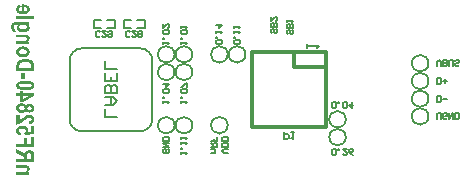
<source format=gbo>
G04 Layer_Color=32896*
%FSLAX24Y24*%
%MOIN*%
G70*
G01*
G75*
%ADD10C,0.0079*%
%ADD11C,0.0080*%
%ADD15C,0.0060*%
%ADD41C,0.0059*%
%ADD42C,0.0050*%
%ADD96C,0.0118*%
G36*
X592Y362D02*
X478D01*
Y546D01*
X592D01*
Y362D01*
D02*
G37*
G36*
X536Y-1197D02*
X553Y-1198D01*
X568Y-1201D01*
X583Y-1204D01*
X596Y-1208D01*
X609Y-1212D01*
X620Y-1216D01*
X631Y-1221D01*
X640Y-1227D01*
X648Y-1231D01*
X655Y-1235D01*
X661Y-1239D01*
X666Y-1242D01*
X669Y-1245D01*
X670Y-1246D01*
X671Y-1247D01*
X679Y-1255D01*
X686Y-1263D01*
X693Y-1271D01*
X698Y-1280D01*
X702Y-1288D01*
X706Y-1296D01*
X712Y-1311D01*
X715Y-1325D01*
X715Y-1330D01*
X716Y-1336D01*
X717Y-1340D01*
Y-1343D01*
Y-1345D01*
Y-1345D01*
X716Y-1357D01*
X714Y-1369D01*
X711Y-1380D01*
X708Y-1390D01*
X704Y-1398D01*
X701Y-1404D01*
X699Y-1408D01*
X698Y-1409D01*
X799Y-1394D01*
Y-1218D01*
X906D01*
Y-1465D01*
X595Y-1513D01*
X582Y-1437D01*
X590Y-1431D01*
X596Y-1425D01*
X602Y-1419D01*
X607Y-1413D01*
X615Y-1401D01*
X620Y-1389D01*
X623Y-1379D01*
X625Y-1372D01*
X625Y-1369D01*
Y-1367D01*
Y-1366D01*
Y-1365D01*
X625Y-1353D01*
X621Y-1343D01*
X617Y-1334D01*
X612Y-1326D01*
X607Y-1320D01*
X602Y-1316D01*
X599Y-1313D01*
X598Y-1312D01*
X587Y-1305D01*
X574Y-1300D01*
X560Y-1296D01*
X547Y-1294D01*
X535Y-1292D01*
X530D01*
X526Y-1292D01*
X516D01*
X496Y-1292D01*
X478Y-1295D01*
X463Y-1299D01*
X451Y-1302D01*
X441Y-1306D01*
X435Y-1310D01*
X431Y-1312D01*
X429Y-1313D01*
X420Y-1321D01*
X413Y-1329D01*
X409Y-1337D01*
X405Y-1345D01*
X403Y-1352D01*
X402Y-1358D01*
X401Y-1361D01*
Y-1363D01*
X402Y-1371D01*
X405Y-1379D01*
X409Y-1387D01*
X413Y-1394D01*
X417Y-1399D01*
X420Y-1403D01*
X423Y-1406D01*
X424Y-1407D01*
X432Y-1414D01*
X443Y-1420D01*
X453Y-1424D01*
X463Y-1427D01*
X472Y-1428D01*
X479Y-1430D01*
X484Y-1431D01*
X485D01*
X473Y-1524D01*
X459Y-1522D01*
X446Y-1519D01*
X433Y-1516D01*
X421Y-1512D01*
X410Y-1508D01*
X400Y-1503D01*
X391Y-1500D01*
X383Y-1495D01*
X375Y-1490D01*
X369Y-1486D01*
X364Y-1482D01*
X360Y-1479D01*
X356Y-1476D01*
X354Y-1473D01*
X352Y-1473D01*
X352Y-1472D01*
X345Y-1463D01*
X338Y-1454D01*
X332Y-1446D01*
X327Y-1436D01*
X320Y-1418D01*
X315Y-1401D01*
X312Y-1386D01*
X311Y-1380D01*
X311Y-1375D01*
X310Y-1370D01*
Y-1367D01*
Y-1364D01*
Y-1363D01*
X311Y-1348D01*
X313Y-1335D01*
X316Y-1322D01*
X320Y-1310D01*
X325Y-1299D01*
X330Y-1288D01*
X336Y-1280D01*
X342Y-1271D01*
X348Y-1264D01*
X354Y-1257D01*
X360Y-1252D01*
X364Y-1247D01*
X368Y-1244D01*
X372Y-1242D01*
X374Y-1240D01*
X375Y-1239D01*
X387Y-1231D01*
X400Y-1225D01*
X413Y-1219D01*
X424Y-1214D01*
X449Y-1206D01*
X471Y-1201D01*
X481Y-1200D01*
X490Y-1198D01*
X499Y-1197D01*
X505Y-1197D01*
X511Y-1196D01*
X519D01*
X536Y-1197D01*
D02*
G37*
G36*
X915Y-1920D02*
X320D01*
Y-1821D01*
X573D01*
Y-1617D01*
X674D01*
Y-1821D01*
X814D01*
Y-1586D01*
X915D01*
Y-1920D01*
D02*
G37*
G36*
X642Y1024D02*
X656Y1023D01*
X670Y1022D01*
X682Y1021D01*
X694Y1019D01*
X705Y1017D01*
X715Y1017D01*
X723Y1015D01*
X731Y1013D01*
X738Y1012D01*
X744Y1010D01*
X749Y1010D01*
X752Y1009D01*
X753Y1008D01*
X754D01*
X775Y1002D01*
X793Y994D01*
X809Y986D01*
X822Y979D01*
X833Y972D01*
X841Y967D01*
X844Y965D01*
X846Y964D01*
X848Y962D01*
X860Y951D01*
X871Y940D01*
X880Y929D01*
X887Y919D01*
X893Y911D01*
X896Y904D01*
X898Y900D01*
X899Y899D01*
Y898D01*
X905Y884D01*
X909Y867D01*
X911Y851D01*
X913Y834D01*
X914Y819D01*
Y812D01*
X915Y806D01*
Y801D01*
Y798D01*
Y796D01*
Y795D01*
Y616D01*
X320D01*
Y801D01*
X321Y822D01*
X322Y841D01*
X326Y858D01*
X329Y872D01*
X331Y883D01*
X333Y888D01*
X334Y891D01*
X335Y894D01*
X336Y896D01*
X337Y897D01*
Y898D01*
X344Y911D01*
X352Y924D01*
X360Y935D01*
X367Y945D01*
X375Y952D01*
X381Y957D01*
X385Y961D01*
X386Y962D01*
X400Y972D01*
X415Y980D01*
X430Y988D01*
X444Y994D01*
X457Y999D01*
X462Y1002D01*
X467Y1003D01*
X471Y1005D01*
X474Y1006D01*
X476Y1006D01*
X477D01*
X499Y1013D01*
X522Y1017D01*
X544Y1020D01*
X565Y1022D01*
X575Y1023D01*
X583Y1024D01*
X591D01*
X598Y1025D01*
X611D01*
X642Y1024D01*
D02*
G37*
G36*
X540Y-115D02*
X916D01*
Y-194D01*
X539Y-405D01*
X439D01*
Y-205D01*
X320D01*
Y-115D01*
X439D01*
Y-54D01*
X540D01*
Y-115D01*
D02*
G37*
G36*
X512Y-448D02*
X530Y-451D01*
X545Y-455D01*
X559Y-458D01*
X569Y-462D01*
X577Y-466D01*
X579Y-466D01*
X582Y-468D01*
X583Y-469D01*
X583D01*
X597Y-478D01*
X608Y-487D01*
X617Y-497D01*
X626Y-508D01*
X632Y-516D01*
X636Y-523D01*
X640Y-529D01*
X640Y-530D01*
Y-531D01*
X647Y-519D01*
X655Y-510D01*
X663Y-501D01*
X670Y-494D01*
X678Y-489D01*
X683Y-485D01*
X687Y-482D01*
X689Y-482D01*
X701Y-475D01*
X714Y-471D01*
X727Y-468D01*
X738Y-466D01*
X749Y-464D01*
X757Y-463D01*
X764D01*
X776Y-464D01*
X787Y-465D01*
X808Y-469D01*
X826Y-475D01*
X842Y-482D01*
X848Y-485D01*
X855Y-489D01*
X860Y-493D01*
X864Y-495D01*
X867Y-498D01*
X870Y-500D01*
X871Y-501D01*
X872Y-501D01*
X880Y-508D01*
X887Y-516D01*
X893Y-525D01*
X897Y-534D01*
X905Y-552D01*
X911Y-569D01*
X914Y-585D01*
X915Y-592D01*
X916Y-598D01*
X916Y-603D01*
Y-606D01*
Y-609D01*
Y-610D01*
X916Y-622D01*
X915Y-633D01*
X910Y-655D01*
X903Y-673D01*
X896Y-688D01*
X892Y-695D01*
X888Y-701D01*
X884Y-705D01*
X881Y-709D01*
X878Y-712D01*
X876Y-715D01*
X875Y-716D01*
X874Y-716D01*
X867Y-724D01*
X858Y-729D01*
X849Y-735D01*
X840Y-739D01*
X821Y-747D01*
X803Y-751D01*
X787Y-754D01*
X780Y-754D01*
X775Y-755D01*
X770Y-756D01*
X763D01*
X748Y-755D01*
X734Y-754D01*
X721Y-750D01*
X710Y-747D01*
X701Y-744D01*
X695Y-741D01*
X691Y-739D01*
X689Y-739D01*
X678Y-731D01*
X669Y-724D01*
X660Y-715D01*
X653Y-706D01*
X647Y-699D01*
X644Y-693D01*
X641Y-689D01*
X640Y-687D01*
X632Y-701D01*
X623Y-713D01*
X613Y-724D01*
X604Y-731D01*
X595Y-739D01*
X588Y-743D01*
X583Y-747D01*
X583Y-747D01*
X582D01*
X567Y-754D01*
X551Y-759D01*
X536Y-763D01*
X522Y-765D01*
X509Y-767D01*
X504D01*
X499Y-768D01*
X490D01*
X475Y-767D01*
X461Y-765D01*
X447Y-764D01*
X435Y-761D01*
X423Y-758D01*
X412Y-754D01*
X402Y-749D01*
X393Y-745D01*
X385Y-741D01*
X378Y-736D01*
X372Y-732D01*
X367Y-729D01*
X363Y-726D01*
X360Y-724D01*
X359Y-723D01*
X358Y-722D01*
X349Y-713D01*
X342Y-704D01*
X336Y-694D01*
X330Y-685D01*
X326Y-675D01*
X322Y-665D01*
X316Y-647D01*
X314Y-638D01*
X312Y-630D01*
X311Y-623D01*
X311Y-618D01*
X310Y-613D01*
Y-609D01*
Y-606D01*
Y-606D01*
X311Y-589D01*
X313Y-574D01*
X317Y-561D01*
X321Y-549D01*
X325Y-538D01*
X329Y-531D01*
X331Y-527D01*
X332Y-525D01*
X341Y-512D01*
X352Y-501D01*
X362Y-491D01*
X372Y-483D01*
X382Y-477D01*
X389Y-472D01*
X392Y-470D01*
X394Y-469D01*
X395Y-468D01*
X396D01*
X413Y-461D01*
X429Y-456D01*
X446Y-452D01*
X461Y-450D01*
X473Y-448D01*
X479D01*
X484Y-448D01*
X493D01*
X512Y-448D01*
D02*
G37*
G36*
X643Y306D02*
X671Y305D01*
X697Y302D01*
X720Y299D01*
X742Y296D01*
X761Y292D01*
X779Y288D01*
X794Y284D01*
X807Y280D01*
X818Y276D01*
X828Y272D01*
X835Y269D01*
X841Y266D01*
X845Y264D01*
X848Y263D01*
X848Y262D01*
X860Y253D01*
X871Y245D01*
X880Y235D01*
X888Y226D01*
X894Y216D01*
X900Y207D01*
X905Y197D01*
X908Y188D01*
X911Y180D01*
X912Y172D01*
X914Y166D01*
X916Y159D01*
Y154D01*
X916Y150D01*
Y148D01*
Y147D01*
X916Y135D01*
X913Y122D01*
X910Y111D01*
X906Y100D01*
X901Y90D01*
X895Y80D01*
X889Y72D01*
X882Y64D01*
X876Y57D01*
X870Y51D01*
X864Y46D01*
X859Y41D01*
X855Y38D01*
X852Y36D01*
X849Y34D01*
X848Y33D01*
X835Y26D01*
X819Y19D01*
X802Y14D01*
X784Y8D01*
X745Y0D01*
X706Y-5D01*
X687Y-6D01*
X670Y-8D01*
X655Y-9D01*
X640Y-9D01*
X629Y-10D01*
X613D01*
X583Y-9D01*
X554Y-9D01*
X529Y-6D01*
X504Y-3D01*
X483Y0D01*
X464Y3D01*
X447Y7D01*
X431Y12D01*
X418Y16D01*
X406Y20D01*
X397Y23D01*
X390Y26D01*
X383Y29D01*
X379Y32D01*
X377Y33D01*
X376Y33D01*
X364Y42D01*
X354Y51D01*
X345Y60D01*
X337Y70D01*
X331Y79D01*
X326Y89D01*
X322Y98D01*
X318Y107D01*
X315Y116D01*
X313Y124D01*
X312Y130D01*
X311Y136D01*
Y141D01*
X310Y145D01*
Y147D01*
Y148D01*
X311Y161D01*
X313Y173D01*
X316Y184D01*
X320Y196D01*
X331Y215D01*
X337Y224D01*
X344Y231D01*
X349Y238D01*
X356Y245D01*
X361Y250D01*
X367Y254D01*
X371Y257D01*
X374Y260D01*
X376Y261D01*
X377Y262D01*
X390Y270D01*
X406Y277D01*
X424Y283D01*
X442Y287D01*
X462Y292D01*
X481Y295D01*
X520Y301D01*
X538Y302D01*
X556Y304D01*
X572Y305D01*
X585Y306D01*
X597Y306D01*
X613D01*
X643Y306D01*
D02*
G37*
G36*
X764Y-831D02*
X776Y-832D01*
X797Y-837D01*
X817Y-843D01*
X833Y-850D01*
X841Y-854D01*
X848Y-857D01*
X853Y-860D01*
X858Y-864D01*
X862Y-866D01*
X864Y-868D01*
X866Y-869D01*
X867Y-870D01*
X875Y-878D01*
X883Y-886D01*
X890Y-895D01*
X895Y-904D01*
X901Y-914D01*
X905Y-924D01*
X910Y-942D01*
X914Y-959D01*
X915Y-966D01*
X916Y-973D01*
X916Y-978D01*
Y-982D01*
Y-985D01*
Y-985D01*
X916Y-998D01*
X915Y-1010D01*
X910Y-1032D01*
X903Y-1051D01*
X899Y-1060D01*
X895Y-1067D01*
X891Y-1074D01*
X887Y-1080D01*
X884Y-1085D01*
X880Y-1089D01*
X878Y-1092D01*
X875Y-1095D01*
X874Y-1096D01*
X874Y-1097D01*
X865Y-1104D01*
X856Y-1111D01*
X836Y-1122D01*
X814Y-1131D01*
X792Y-1137D01*
X782Y-1140D01*
X772Y-1142D01*
X764Y-1144D01*
X757Y-1145D01*
X750Y-1146D01*
X746D01*
X742Y-1147D01*
X742D01*
X730Y-1054D01*
X746Y-1053D01*
X761Y-1050D01*
X772Y-1046D01*
X784Y-1042D01*
X792Y-1037D01*
X799Y-1031D01*
X806Y-1025D01*
X810Y-1019D01*
X814Y-1013D01*
X818Y-1008D01*
X819Y-1002D01*
X821Y-997D01*
X821Y-993D01*
X822Y-990D01*
Y-989D01*
Y-988D01*
X821Y-977D01*
X819Y-969D01*
X816Y-961D01*
X812Y-954D01*
X808Y-949D01*
X805Y-945D01*
X803Y-943D01*
X802Y-942D01*
X794Y-936D01*
X784Y-932D01*
X775Y-928D01*
X765Y-926D01*
X757Y-924D01*
X750Y-924D01*
X743D01*
X730Y-924D01*
X716Y-927D01*
X704Y-931D01*
X693Y-934D01*
X684Y-938D01*
X677Y-942D01*
X672Y-944D01*
X671Y-945D01*
X670D01*
X666Y-948D01*
X659Y-952D01*
X652Y-958D01*
X645Y-963D01*
X629Y-975D01*
X613Y-989D01*
X599Y-1000D01*
X593Y-1006D01*
X587Y-1011D01*
X582Y-1015D01*
X579Y-1019D01*
X576Y-1020D01*
X575Y-1021D01*
X560Y-1035D01*
X544Y-1048D01*
X530Y-1060D01*
X516Y-1071D01*
X504Y-1080D01*
X492Y-1089D01*
X481Y-1096D01*
X471Y-1103D01*
X462Y-1109D01*
X455Y-1114D01*
X448Y-1117D01*
X443Y-1121D01*
X439Y-1123D01*
X435Y-1125D01*
X434Y-1126D01*
X433D01*
X413Y-1135D01*
X393Y-1143D01*
X374Y-1148D01*
X356Y-1152D01*
X348Y-1154D01*
X341Y-1155D01*
X336Y-1156D01*
X330D01*
X326Y-1157D01*
X322Y-1158D01*
X320D01*
Y-830D01*
X426D01*
Y-1016D01*
X437Y-1010D01*
X447Y-1004D01*
X451Y-1001D01*
X454Y-999D01*
X456Y-998D01*
X457Y-997D01*
X460Y-995D01*
X465Y-992D01*
X474Y-983D01*
X485Y-974D01*
X496Y-964D01*
X507Y-955D01*
X516Y-947D01*
X519Y-944D01*
X522Y-942D01*
X523Y-941D01*
X524Y-940D01*
X543Y-924D01*
X560Y-909D01*
X575Y-898D01*
X589Y-888D01*
X599Y-880D01*
X606Y-875D01*
X611Y-872D01*
X613Y-871D01*
X625Y-864D01*
X638Y-858D01*
X650Y-852D01*
X660Y-849D01*
X669Y-845D01*
X676Y-842D01*
X680Y-841D01*
X681Y-841D01*
X694Y-837D01*
X707Y-834D01*
X719Y-833D01*
X730Y-832D01*
X738Y-831D01*
X746Y-830D01*
X752D01*
X764Y-831D01*
D02*
G37*
G36*
X915Y2356D02*
X320D01*
Y2449D01*
X915D01*
Y2356D01*
D02*
G37*
G36*
X435Y-2033D02*
X448Y-2040D01*
X460Y-2046D01*
X470Y-2052D01*
X480Y-2057D01*
X488Y-2062D01*
X496Y-2067D01*
X504Y-2071D01*
X510Y-2075D01*
X515Y-2079D01*
X520Y-2081D01*
X526Y-2086D01*
X530Y-2089D01*
X532Y-2090D01*
X542Y-2098D01*
X552Y-2106D01*
X560Y-2115D01*
X568Y-2124D01*
X573Y-2131D01*
X578Y-2136D01*
X581Y-2140D01*
X582Y-2142D01*
X587Y-2120D01*
X595Y-2101D01*
X604Y-2085D01*
X613Y-2071D01*
X621Y-2060D01*
X628Y-2053D01*
X634Y-2048D01*
X635Y-2047D01*
X636D01*
X644Y-2041D01*
X653Y-2036D01*
X671Y-2027D01*
X690Y-2021D01*
X708Y-2017D01*
X723Y-2014D01*
X731Y-2014D01*
X736D01*
X742Y-2013D01*
X748D01*
X768Y-2014D01*
X786Y-2016D01*
X803Y-2020D01*
X816Y-2024D01*
X828Y-2028D01*
X836Y-2032D01*
X839Y-2033D01*
X841Y-2034D01*
X842Y-2035D01*
X843D01*
X856Y-2044D01*
X868Y-2053D01*
X878Y-2063D01*
X886Y-2071D01*
X891Y-2079D01*
X895Y-2086D01*
X897Y-2090D01*
X898Y-2090D01*
Y-2091D01*
X901Y-2098D01*
X904Y-2105D01*
X908Y-2123D01*
X911Y-2142D01*
X912Y-2161D01*
X914Y-2177D01*
Y-2185D01*
X915Y-2192D01*
Y-2196D01*
Y-2201D01*
Y-2204D01*
Y-2204D01*
Y-2412D01*
X320D01*
Y-2313D01*
X568D01*
Y-2294D01*
Y-2282D01*
X568Y-2272D01*
X566Y-2263D01*
X565Y-2257D01*
X564Y-2251D01*
X562Y-2248D01*
X561Y-2245D01*
Y-2245D01*
X558Y-2239D01*
X555Y-2234D01*
X547Y-2224D01*
X543Y-2220D01*
X540Y-2218D01*
X538Y-2216D01*
X537Y-2215D01*
X533Y-2212D01*
X528Y-2209D01*
X523Y-2205D01*
X515Y-2201D01*
X501Y-2192D01*
X486Y-2184D01*
X472Y-2176D01*
X466Y-2173D01*
X460Y-2170D01*
X455Y-2167D01*
X452Y-2165D01*
X450Y-2164D01*
X449Y-2163D01*
X320Y-2093D01*
Y-1974D01*
X435Y-2033D01*
D02*
G37*
G36*
X610Y-2509D02*
X629Y-2510D01*
X646Y-2511D01*
X659Y-2514D01*
X670Y-2516D01*
X678Y-2518D01*
X682Y-2518D01*
X684Y-2519D01*
X696Y-2524D01*
X707Y-2530D01*
X716Y-2537D01*
X724Y-2543D01*
X731Y-2549D01*
X735Y-2554D01*
X738Y-2557D01*
X739Y-2559D01*
X746Y-2570D01*
X752Y-2581D01*
X755Y-2593D01*
X758Y-2604D01*
X760Y-2613D01*
X761Y-2620D01*
Y-2624D01*
Y-2626D01*
Y-2627D01*
Y-2627D01*
X760Y-2640D01*
X757Y-2653D01*
X754Y-2664D01*
X751Y-2673D01*
X748Y-2681D01*
X745Y-2687D01*
X742Y-2691D01*
X742Y-2692D01*
X734Y-2703D01*
X726Y-2712D01*
X716Y-2721D01*
X708Y-2729D01*
X700Y-2735D01*
X693Y-2740D01*
X689Y-2743D01*
X688Y-2744D01*
X750D01*
Y-2830D01*
X320D01*
Y-2737D01*
X541D01*
X552Y-2736D01*
X562D01*
X571Y-2735D01*
X579Y-2734D01*
X587Y-2734D01*
X593Y-2733D01*
X598D01*
X603Y-2732D01*
X607Y-2731D01*
X610Y-2730D01*
X614Y-2730D01*
X616D01*
X625Y-2726D01*
X634Y-2722D01*
X641Y-2718D01*
X647Y-2713D01*
X651Y-2709D01*
X655Y-2706D01*
X657Y-2703D01*
X658Y-2703D01*
X663Y-2696D01*
X667Y-2688D01*
X670Y-2680D01*
X672Y-2674D01*
X673Y-2669D01*
X674Y-2664D01*
Y-2661D01*
Y-2660D01*
X673Y-2653D01*
X672Y-2646D01*
X670Y-2641D01*
X668Y-2636D01*
X666Y-2632D01*
X663Y-2629D01*
X662Y-2627D01*
X662Y-2627D01*
X657Y-2622D01*
X651Y-2617D01*
X640Y-2612D01*
X636Y-2609D01*
X632Y-2608D01*
X628Y-2607D01*
X628D01*
X623Y-2606D01*
X617Y-2605D01*
X605Y-2604D01*
X591Y-2603D01*
X575Y-2602D01*
X562Y-2601D01*
X320D01*
Y-2508D01*
X587D01*
X610Y-2509D01*
D02*
G37*
G36*
X538Y2847D02*
X560Y2845D01*
X579Y2843D01*
X598Y2840D01*
X614Y2836D01*
X630Y2832D01*
X644Y2827D01*
X657Y2823D01*
X668Y2819D01*
X678Y2814D01*
X685Y2810D01*
X693Y2806D01*
X698Y2803D01*
X701Y2800D01*
X704Y2799D01*
X704Y2798D01*
X715Y2789D01*
X723Y2781D01*
X731Y2771D01*
X737Y2762D01*
X742Y2751D01*
X747Y2742D01*
X750Y2732D01*
X753Y2723D01*
X756Y2714D01*
X757Y2705D01*
X759Y2698D01*
X760Y2692D01*
X761Y2686D01*
Y2682D01*
Y2680D01*
Y2679D01*
X760Y2667D01*
X758Y2655D01*
X756Y2644D01*
X752Y2633D01*
X743Y2614D01*
X738Y2606D01*
X733Y2599D01*
X728Y2592D01*
X723Y2586D01*
X718Y2580D01*
X714Y2576D01*
X710Y2573D01*
X708Y2571D01*
X706Y2569D01*
X705Y2569D01*
X693Y2560D01*
X679Y2552D01*
X665Y2545D01*
X651Y2539D01*
X636Y2535D01*
X622Y2531D01*
X594Y2524D01*
X582Y2522D01*
X570Y2520D01*
X559Y2520D01*
X550Y2519D01*
X542Y2518D01*
X532D01*
X512Y2519D01*
X493Y2520D01*
X476Y2523D01*
X459Y2526D01*
X444Y2530D01*
X430Y2534D01*
X417Y2539D01*
X406Y2543D01*
X396Y2547D01*
X387Y2552D01*
X379Y2556D01*
X373Y2560D01*
X368Y2563D01*
X365Y2565D01*
X363Y2567D01*
X362Y2568D01*
X352Y2576D01*
X345Y2585D01*
X337Y2595D01*
X332Y2605D01*
X326Y2614D01*
X322Y2625D01*
X316Y2645D01*
X314Y2653D01*
X313Y2662D01*
X311Y2669D01*
X311Y2676D01*
X310Y2682D01*
Y2686D01*
Y2688D01*
Y2689D01*
X311Y2709D01*
X314Y2728D01*
X319Y2744D01*
X326Y2758D01*
X331Y2769D01*
X333Y2773D01*
X336Y2777D01*
X337Y2781D01*
X339Y2783D01*
X341Y2784D01*
Y2785D01*
X347Y2792D01*
X354Y2799D01*
X369Y2811D01*
X386Y2820D01*
X401Y2829D01*
X416Y2835D01*
X422Y2838D01*
X427Y2840D01*
X432Y2841D01*
X435Y2842D01*
X437Y2843D01*
X438D01*
X457Y2751D01*
X446Y2747D01*
X436Y2743D01*
X428Y2739D01*
X421Y2735D01*
X415Y2729D01*
X410Y2724D01*
X406Y2719D01*
X403Y2714D01*
X398Y2705D01*
X396Y2697D01*
Y2694D01*
X395Y2692D01*
Y2690D01*
Y2690D01*
X397Y2679D01*
X400Y2668D01*
X404Y2660D01*
X409Y2652D01*
X414Y2645D01*
X419Y2641D01*
X422Y2637D01*
X423Y2637D01*
X435Y2629D01*
X447Y2624D01*
X461Y2620D01*
X473Y2617D01*
X485Y2615D01*
X494Y2614D01*
X498Y2614D01*
X503D01*
Y2848D01*
X515D01*
X538Y2847D01*
D02*
G37*
G36*
X554Y1449D02*
X570Y1447D01*
X585Y1445D01*
X599Y1441D01*
X613Y1438D01*
X626Y1433D01*
X638Y1430D01*
X649Y1425D01*
X659Y1420D01*
X667Y1416D01*
X675Y1411D01*
X681Y1408D01*
X687Y1405D01*
X690Y1403D01*
X693Y1401D01*
X693Y1400D01*
X705Y1391D01*
X715Y1380D01*
X724Y1369D01*
X732Y1358D01*
X738Y1347D01*
X744Y1336D01*
X749Y1326D01*
X752Y1315D01*
X755Y1305D01*
X757Y1296D01*
X758Y1288D01*
X760Y1281D01*
Y1275D01*
X761Y1271D01*
Y1267D01*
Y1267D01*
X760Y1248D01*
X757Y1231D01*
X753Y1215D01*
X748Y1202D01*
X742Y1191D01*
X738Y1182D01*
X737Y1179D01*
X735Y1176D01*
X734Y1176D01*
Y1175D01*
X723Y1161D01*
X712Y1148D01*
X698Y1136D01*
X685Y1127D01*
X674Y1119D01*
X665Y1114D01*
X661Y1112D01*
X659Y1111D01*
X657Y1109D01*
X656D01*
X636Y1101D01*
X616Y1095D01*
X597Y1091D01*
X579Y1088D01*
X571Y1087D01*
X564Y1086D01*
X557Y1085D01*
X552D01*
X547Y1085D01*
X541D01*
X521Y1085D01*
X502Y1087D01*
X484Y1089D01*
X467Y1093D01*
X452Y1097D01*
X438Y1101D01*
X425Y1105D01*
X414Y1111D01*
X404Y1116D01*
X394Y1119D01*
X387Y1124D01*
X381Y1128D01*
X376Y1131D01*
X373Y1134D01*
X371Y1135D01*
X370Y1136D01*
X360Y1146D01*
X350Y1157D01*
X342Y1168D01*
X335Y1179D01*
X329Y1190D01*
X325Y1200D01*
X321Y1211D01*
X318Y1221D01*
X314Y1230D01*
X313Y1239D01*
X311Y1247D01*
X311Y1254D01*
Y1259D01*
X310Y1263D01*
Y1266D01*
Y1267D01*
X311Y1285D01*
X314Y1301D01*
X318Y1316D01*
X323Y1330D01*
X328Y1341D01*
X333Y1350D01*
X334Y1353D01*
X336Y1355D01*
X337Y1356D01*
Y1357D01*
X348Y1372D01*
X360Y1384D01*
X374Y1396D01*
X386Y1406D01*
X398Y1413D01*
X408Y1418D01*
X412Y1421D01*
X414Y1422D01*
X416Y1423D01*
X417D01*
X437Y1432D01*
X458Y1438D01*
X478Y1443D01*
X497Y1446D01*
X506Y1447D01*
X514Y1448D01*
X520Y1449D01*
X526Y1449D01*
X538D01*
X554Y1449D01*
D02*
G37*
G36*
X610Y1843D02*
X629Y1842D01*
X646Y1841D01*
X659Y1838D01*
X670Y1836D01*
X678Y1835D01*
X682Y1834D01*
X684Y1833D01*
X696Y1828D01*
X707Y1822D01*
X716Y1816D01*
X724Y1809D01*
X731Y1803D01*
X735Y1798D01*
X738Y1795D01*
X739Y1793D01*
X746Y1782D01*
X752Y1771D01*
X755Y1759D01*
X758Y1748D01*
X760Y1739D01*
X761Y1732D01*
Y1729D01*
Y1726D01*
Y1725D01*
Y1725D01*
X760Y1712D01*
X757Y1699D01*
X754Y1688D01*
X751Y1679D01*
X748Y1671D01*
X745Y1665D01*
X742Y1661D01*
X742Y1660D01*
X734Y1649D01*
X726Y1640D01*
X716Y1631D01*
X708Y1623D01*
X700Y1617D01*
X693Y1612D01*
X689Y1609D01*
X688Y1608D01*
X750D01*
Y1522D01*
X320D01*
Y1615D01*
X541D01*
X552Y1616D01*
X562D01*
X571Y1617D01*
X579Y1618D01*
X587Y1619D01*
X593Y1619D01*
X598D01*
X603Y1620D01*
X607Y1621D01*
X610Y1622D01*
X614Y1623D01*
X616D01*
X625Y1626D01*
X634Y1630D01*
X641Y1634D01*
X647Y1639D01*
X651Y1643D01*
X655Y1646D01*
X657Y1649D01*
X658Y1649D01*
X663Y1657D01*
X667Y1664D01*
X670Y1672D01*
X672Y1678D01*
X673Y1683D01*
X674Y1688D01*
Y1691D01*
Y1692D01*
X673Y1699D01*
X672Y1706D01*
X670Y1711D01*
X668Y1716D01*
X666Y1720D01*
X663Y1723D01*
X662Y1725D01*
X662Y1725D01*
X657Y1730D01*
X651Y1735D01*
X640Y1740D01*
X636Y1743D01*
X632Y1744D01*
X628Y1745D01*
X628D01*
X623Y1746D01*
X617Y1747D01*
X605Y1748D01*
X591Y1749D01*
X575Y1750D01*
X562Y1751D01*
X320D01*
Y1844D01*
X587D01*
X610Y1843D01*
D02*
G37*
G36*
X750Y2175D02*
X689D01*
X702Y2168D01*
X712Y2159D01*
X722Y2151D01*
X729Y2143D01*
X735Y2137D01*
X739Y2132D01*
X742Y2129D01*
X742Y2127D01*
X749Y2117D01*
X753Y2107D01*
X756Y2096D01*
X758Y2087D01*
X760Y2079D01*
X761Y2073D01*
Y2069D01*
Y2067D01*
X760Y2056D01*
X758Y2045D01*
X755Y2035D01*
X752Y2024D01*
X742Y2007D01*
X732Y1991D01*
X727Y1985D01*
X722Y1979D01*
X717Y1974D01*
X712Y1970D01*
X709Y1967D01*
X706Y1964D01*
X704Y1963D01*
X704Y1962D01*
X693Y1954D01*
X681Y1948D01*
X667Y1942D01*
X654Y1937D01*
X626Y1929D01*
X599Y1924D01*
X587Y1922D01*
X575Y1921D01*
X564Y1920D01*
X556Y1919D01*
X548Y1918D01*
X538D01*
X519Y1919D01*
X500Y1921D01*
X484Y1922D01*
X468Y1925D01*
X454Y1929D01*
X440Y1933D01*
X428Y1937D01*
X417Y1941D01*
X406Y1945D01*
X398Y1950D01*
X390Y1954D01*
X384Y1957D01*
X379Y1960D01*
X376Y1963D01*
X374Y1963D01*
X373Y1964D01*
X364Y1972D01*
X356Y1980D01*
X348Y1989D01*
X342Y1997D01*
X337Y2005D01*
X333Y2013D01*
X326Y2029D01*
X323Y2043D01*
X322Y2048D01*
X321Y2054D01*
X320Y2058D01*
Y2061D01*
Y2062D01*
Y2063D01*
X321Y2075D01*
X322Y2086D01*
X326Y2096D01*
X329Y2104D01*
X332Y2111D01*
X335Y2117D01*
X337Y2121D01*
X337Y2122D01*
X345Y2131D01*
X353Y2141D01*
X362Y2149D01*
X370Y2156D01*
X378Y2162D01*
X384Y2166D01*
X388Y2169D01*
X390Y2170D01*
X313D01*
X300Y2168D01*
X290Y2168D01*
X282Y2166D01*
X276Y2164D01*
X272Y2164D01*
X269Y2162D01*
X269D01*
X262Y2159D01*
X258Y2156D01*
X253Y2153D01*
X250Y2149D01*
X246Y2146D01*
X245Y2144D01*
X244Y2142D01*
X243Y2141D01*
X240Y2134D01*
X238Y2126D01*
X235Y2117D01*
X235Y2109D01*
X234Y2102D01*
X233Y2096D01*
Y2092D01*
Y2091D01*
X234Y2081D01*
X235Y2073D01*
X236Y2066D01*
X239Y2061D01*
X240Y2057D01*
X242Y2054D01*
X242Y2052D01*
X243Y2051D01*
X248Y2047D01*
X253Y2044D01*
X264Y2039D01*
X269Y2039D01*
X273Y2038D01*
X276Y2037D01*
X276D01*
X292Y1930D01*
X279D01*
X265Y1931D01*
X250Y1933D01*
X239Y1936D01*
X228Y1940D01*
X220Y1943D01*
X213Y1945D01*
X209Y1948D01*
X208Y1948D01*
X197Y1956D01*
X188Y1964D01*
X180Y1973D01*
X173Y1982D01*
X168Y1990D01*
X165Y1996D01*
X163Y2000D01*
X162Y2001D01*
X156Y2016D01*
X152Y2031D01*
X150Y2047D01*
X148Y2062D01*
X147Y2075D01*
Y2081D01*
X146Y2085D01*
Y2089D01*
Y2092D01*
Y2094D01*
Y2095D01*
X147Y2117D01*
X149Y2137D01*
X153Y2153D01*
X157Y2168D01*
X160Y2179D01*
X164Y2187D01*
X166Y2189D01*
X167Y2191D01*
X167Y2193D01*
X176Y2206D01*
X186Y2216D01*
X197Y2225D01*
X207Y2232D01*
X216Y2239D01*
X224Y2243D01*
X227Y2244D01*
X229Y2245D01*
X230Y2246D01*
X231D01*
X239Y2249D01*
X249Y2251D01*
X269Y2256D01*
X292Y2259D01*
X313Y2261D01*
X323Y2262D01*
X333Y2262D01*
X342D01*
X349Y2263D01*
X750D01*
Y2175D01*
D02*
G37*
%LPC*%
G36*
X632Y923D02*
X593D01*
X573Y922D01*
X555Y920D01*
X541Y919D01*
X529Y917D01*
X524Y916D01*
X520Y915D01*
X517Y915D01*
X515D01*
X514Y914D01*
X513D01*
X500Y911D01*
X488Y907D01*
X478Y903D01*
X470Y900D01*
X464Y896D01*
X459Y894D01*
X457Y892D01*
X456Y892D01*
X450Y886D01*
X444Y881D01*
X439Y875D01*
X435Y870D01*
X433Y864D01*
X431Y861D01*
X430Y858D01*
X429Y857D01*
X426Y848D01*
X424Y837D01*
X423Y826D01*
X421Y814D01*
Y804D01*
X420Y796D01*
Y793D01*
Y790D01*
Y789D01*
Y788D01*
Y714D01*
X814D01*
Y759D01*
Y770D01*
Y779D01*
X814Y788D01*
Y796D01*
X813Y804D01*
Y810D01*
X812Y821D01*
X810Y829D01*
X810Y835D01*
X809Y838D01*
Y839D01*
X806Y849D01*
X801Y858D01*
X796Y866D01*
X791Y873D01*
X787Y878D01*
X784Y882D01*
X780Y885D01*
X780Y885D01*
X771Y892D01*
X761Y898D01*
X751Y903D01*
X742Y907D01*
X733Y910D01*
X726Y912D01*
X721Y913D01*
X720Y914D01*
X719D01*
X704Y917D01*
X687Y919D01*
X670Y921D01*
X654Y922D01*
X639D01*
X632Y923D01*
D02*
G37*
G36*
X742Y-205D02*
X540D01*
Y-317D01*
X742Y-205D01*
D02*
G37*
G36*
X507Y-540D02*
X500D01*
X482Y-541D01*
X467Y-543D01*
X454Y-546D01*
X444Y-550D01*
X436Y-553D01*
X431Y-557D01*
X427Y-559D01*
X426Y-560D01*
X418Y-567D01*
X412Y-575D01*
X408Y-583D01*
X405Y-591D01*
X403Y-597D01*
X402Y-603D01*
X401Y-606D01*
Y-607D01*
X402Y-618D01*
X405Y-627D01*
X409Y-635D01*
X414Y-642D01*
X419Y-648D01*
X423Y-652D01*
X426Y-656D01*
X427Y-656D01*
X438Y-663D01*
X449Y-667D01*
X462Y-671D01*
X473Y-674D01*
X484Y-675D01*
X492Y-676D01*
X500D01*
X515Y-675D01*
X529Y-673D01*
X540Y-670D01*
X549Y-667D01*
X557Y-663D01*
X562Y-660D01*
X566Y-658D01*
X567Y-657D01*
X575Y-649D01*
X582Y-641D01*
X586Y-633D01*
X589Y-625D01*
X591Y-619D01*
X592Y-614D01*
Y-610D01*
Y-609D01*
X591Y-599D01*
X588Y-589D01*
X584Y-580D01*
X579Y-573D01*
X575Y-568D01*
X571Y-563D01*
X568Y-561D01*
X567Y-560D01*
X557Y-553D01*
X546Y-549D01*
X535Y-545D01*
X524Y-542D01*
X515Y-541D01*
X507Y-540D01*
D02*
G37*
G36*
X761Y-551D02*
X755D01*
X743Y-552D01*
X732Y-553D01*
X723Y-557D01*
X715Y-559D01*
X710Y-562D01*
X705Y-565D01*
X703Y-567D01*
X702Y-568D01*
X696Y-574D01*
X692Y-581D01*
X689Y-588D01*
X686Y-595D01*
X685Y-601D01*
X684Y-606D01*
Y-610D01*
Y-610D01*
X685Y-619D01*
X687Y-627D01*
X689Y-634D01*
X693Y-641D01*
X697Y-645D01*
X699Y-648D01*
X701Y-651D01*
X702Y-652D01*
X710Y-657D01*
X718Y-661D01*
X727Y-663D01*
X735Y-665D01*
X743Y-667D01*
X750Y-667D01*
X755D01*
X767Y-667D01*
X777Y-665D01*
X786Y-663D01*
X794Y-659D01*
X799Y-656D01*
X804Y-654D01*
X806Y-652D01*
X807Y-652D01*
X814Y-645D01*
X818Y-638D01*
X821Y-631D01*
X824Y-624D01*
X825Y-618D01*
X826Y-613D01*
Y-610D01*
Y-609D01*
X825Y-600D01*
X823Y-592D01*
X820Y-585D01*
X817Y-579D01*
X814Y-574D01*
X810Y-571D01*
X808Y-569D01*
X807Y-568D01*
X800Y-562D01*
X791Y-558D01*
X783Y-555D01*
X774Y-553D01*
X767Y-552D01*
X761Y-551D01*
D02*
G37*
G36*
X635Y208D02*
X588D01*
X566Y207D01*
X546Y207D01*
X528Y206D01*
X512Y204D01*
X498Y203D01*
X486Y201D01*
X476Y200D01*
X466Y199D01*
X459Y197D01*
X453Y196D01*
X448Y194D01*
X444Y193D01*
X442Y192D01*
X441Y192D01*
X440D01*
X434Y188D01*
X428Y185D01*
X419Y178D01*
X413Y171D01*
X409Y164D01*
X405Y158D01*
X405Y153D01*
X404Y150D01*
Y148D01*
X405Y143D01*
X405Y139D01*
X409Y130D01*
X415Y122D01*
X422Y116D01*
X428Y111D01*
X434Y107D01*
X438Y105D01*
X439Y104D01*
X447Y101D01*
X458Y98D01*
X469Y97D01*
X482Y94D01*
X496Y94D01*
X511Y92D01*
X540Y90D01*
X554Y90D01*
X568Y89D01*
X580D01*
X591Y88D01*
X637D01*
X659Y89D01*
X679Y90D01*
X697Y90D01*
X713Y92D01*
X727Y93D01*
X739Y94D01*
X750Y96D01*
X759Y97D01*
X766Y99D01*
X772Y100D01*
X777Y101D01*
X781Y102D01*
X784Y103D01*
X784Y104D01*
X785D01*
X791Y107D01*
X798Y110D01*
X806Y118D01*
X814Y125D01*
X818Y132D01*
X821Y139D01*
X821Y143D01*
X822Y147D01*
Y148D01*
Y153D01*
X821Y158D01*
X817Y166D01*
X810Y174D01*
X804Y181D01*
X797Y185D01*
X791Y188D01*
X787Y191D01*
X786Y192D01*
X785D01*
X777Y195D01*
X767Y197D01*
X756Y200D01*
X743Y201D01*
X729Y203D01*
X715Y204D01*
X685Y206D01*
X671Y207D01*
X658Y207D01*
X645D01*
X635Y208D01*
D02*
G37*
G36*
X745Y-2114D02*
X740D01*
X730Y-2115D01*
X720Y-2116D01*
X712Y-2118D01*
X705Y-2120D01*
X700Y-2122D01*
X696Y-2124D01*
X693Y-2125D01*
X693Y-2126D01*
X686Y-2131D01*
X681Y-2136D01*
X677Y-2140D01*
X674Y-2145D01*
X671Y-2149D01*
X670Y-2152D01*
X669Y-2154D01*
Y-2155D01*
X668Y-2159D01*
X667Y-2164D01*
X666Y-2170D01*
X666Y-2177D01*
X665Y-2190D01*
X664Y-2205D01*
X663Y-2219D01*
Y-2225D01*
Y-2230D01*
Y-2234D01*
Y-2238D01*
Y-2240D01*
Y-2241D01*
Y-2313D01*
X814D01*
Y-2237D01*
Y-2225D01*
Y-2215D01*
X814Y-2204D01*
Y-2196D01*
Y-2189D01*
X813Y-2182D01*
Y-2177D01*
X812Y-2172D01*
X811Y-2165D01*
X810Y-2160D01*
X810Y-2158D01*
Y-2157D01*
X806Y-2150D01*
X803Y-2143D01*
X799Y-2139D01*
X795Y-2134D01*
X791Y-2131D01*
X789Y-2128D01*
X787Y-2127D01*
X786Y-2126D01*
X779Y-2122D01*
X772Y-2119D01*
X764Y-2117D01*
X757Y-2116D01*
X750Y-2115D01*
X745Y-2114D01*
D02*
G37*
G36*
X577Y2755D02*
X572D01*
Y2615D01*
X589Y2616D01*
X604Y2618D01*
X617Y2622D01*
X628Y2625D01*
X636Y2629D01*
X642Y2632D01*
X645Y2634D01*
X647Y2635D01*
X655Y2643D01*
X662Y2652D01*
X667Y2660D01*
X670Y2667D01*
X672Y2675D01*
X674Y2680D01*
Y2683D01*
Y2685D01*
X673Y2695D01*
X670Y2705D01*
X666Y2713D01*
X661Y2720D01*
X655Y2725D01*
X651Y2730D01*
X648Y2732D01*
X647Y2733D01*
X637Y2740D01*
X625Y2745D01*
X613Y2749D01*
X601Y2752D01*
X590Y2754D01*
X580Y2754D01*
X577Y2755D01*
D02*
G37*
G36*
X546Y1354D02*
X536D01*
X512Y1353D01*
X492Y1350D01*
X475Y1346D01*
X461Y1341D01*
X450Y1336D01*
X442Y1332D01*
X439Y1331D01*
X437Y1329D01*
X436Y1328D01*
X435D01*
X424Y1319D01*
X417Y1309D01*
X410Y1298D01*
X406Y1289D01*
X404Y1280D01*
X403Y1274D01*
X402Y1269D01*
Y1268D01*
Y1267D01*
X404Y1254D01*
X408Y1242D01*
X413Y1232D01*
X419Y1223D01*
X425Y1216D01*
X430Y1210D01*
X434Y1206D01*
X435Y1206D01*
X450Y1197D01*
X466Y1191D01*
X482Y1187D01*
X498Y1184D01*
X513Y1182D01*
X519Y1181D01*
X524D01*
X529Y1180D01*
X535D01*
X558Y1181D01*
X578Y1184D01*
X595Y1188D01*
X609Y1193D01*
X620Y1198D01*
X628Y1202D01*
X632Y1205D01*
X634Y1206D01*
X640Y1210D01*
X645Y1215D01*
X654Y1225D01*
X660Y1236D01*
X664Y1245D01*
X666Y1253D01*
X667Y1260D01*
X668Y1264D01*
Y1266D01*
Y1272D01*
X666Y1279D01*
X662Y1291D01*
X657Y1301D01*
X651Y1310D01*
X645Y1317D01*
X640Y1323D01*
X636Y1327D01*
X635Y1328D01*
X634D01*
X620Y1336D01*
X605Y1343D01*
X588Y1347D01*
X572Y1350D01*
X558Y1352D01*
X552Y1353D01*
X546Y1354D01*
D02*
G37*
G36*
X553Y2171D02*
X530D01*
X519Y2170D01*
X499Y2167D01*
X482Y2164D01*
X468Y2159D01*
X458Y2155D01*
X451Y2151D01*
X446Y2148D01*
X444Y2147D01*
X434Y2137D01*
X426Y2128D01*
X420Y2119D01*
X417Y2109D01*
X414Y2101D01*
X413Y2095D01*
X413Y2091D01*
Y2090D01*
Y2089D01*
X414Y2078D01*
X417Y2068D01*
X422Y2059D01*
X428Y2051D01*
X434Y2045D01*
X439Y2040D01*
X442Y2037D01*
X443Y2036D01*
X450Y2032D01*
X457Y2029D01*
X473Y2024D01*
X489Y2020D01*
X506Y2017D01*
X521Y2016D01*
X527Y2015D01*
X534Y2014D01*
X557D01*
X568Y2015D01*
X587Y2017D01*
X604Y2021D01*
X618Y2025D01*
X628Y2029D01*
X636Y2033D01*
X640Y2035D01*
X642Y2036D01*
X652Y2045D01*
X660Y2054D01*
X666Y2063D01*
X670Y2073D01*
X672Y2080D01*
X673Y2086D01*
X674Y2090D01*
Y2092D01*
X672Y2103D01*
X669Y2115D01*
X663Y2124D01*
X658Y2132D01*
X651Y2139D01*
X646Y2144D01*
X643Y2147D01*
X641Y2148D01*
X635Y2152D01*
X628Y2156D01*
X612Y2161D01*
X595Y2165D01*
X579Y2168D01*
X564Y2170D01*
X558D01*
X553Y2171D01*
D02*
G37*
%LPD*%
D10*
X4850Y984D02*
G03*
X4456Y1378I-394J0D01*
G01*
X4456Y-1378D02*
G03*
X4850Y-984I0J394D01*
G01*
X2094D02*
G03*
X2488Y-1378I394J0D01*
G01*
X2488Y1378D02*
G03*
X2094Y984I0J-394D01*
G01*
X2488Y1378D02*
X4456D01*
X4850Y-984D02*
Y984D01*
X2488Y-1378D02*
X4456D01*
X2094Y-984D02*
Y984D01*
D11*
X3684Y-898D02*
X3284D01*
Y-631D01*
Y-498D02*
X3551D01*
X3684Y-365D01*
X3551Y-232D01*
X3284D01*
X3484D01*
Y-498D01*
X3684Y-98D02*
X3284D01*
Y102D01*
X3351Y168D01*
X3417D01*
X3484Y102D01*
Y-98D01*
Y102D01*
X3551Y168D01*
X3617D01*
X3684Y102D01*
Y-98D01*
Y568D02*
Y302D01*
X3284D01*
Y568D01*
X3484Y302D02*
Y435D01*
X3684Y701D02*
X3284D01*
Y968D01*
D15*
X3348Y2328D02*
X3604D01*
Y2052D02*
Y2328D01*
X3348Y2052D02*
X3604D01*
X2896Y2328D02*
X3152D01*
X2896Y2052D02*
X3152D01*
X2896D02*
Y2328D01*
X4348D02*
X4604D01*
Y2052D02*
Y2328D01*
X4348Y2052D02*
X4604D01*
X3896Y2328D02*
X4152D01*
X3896Y2052D02*
X4152D01*
X3896D02*
Y2328D01*
X9990Y1380D02*
Y1513D01*
Y1447D01*
X10390D01*
X10323Y1380D01*
D41*
X14055Y886D02*
G03*
X14055Y886I-276J0D01*
G01*
X5591Y-1181D02*
G03*
X5591Y-1181I-276J0D01*
G01*
X7362Y1181D02*
G03*
X7362Y1181I-276J0D01*
G01*
X11299Y-984D02*
G03*
X11299Y-984I-276J0D01*
G01*
Y-1575D02*
G03*
X11299Y-1575I-276J0D01*
G01*
X14055Y295D02*
G03*
X14055Y295I-276J0D01*
G01*
Y-295D02*
G03*
X14055Y-295I-276J0D01*
G01*
Y-886D02*
G03*
X14055Y-886I-276J0D01*
G01*
X7362Y-1181D02*
G03*
X7362Y-1181I-276J0D01*
G01*
X5591Y591D02*
G03*
X5591Y591I-276J0D01*
G01*
Y1181D02*
G03*
X5591Y1181I-276J0D01*
G01*
X6181D02*
G03*
X6181Y1181I-276J0D01*
G01*
Y591D02*
G03*
X6181Y591I-276J0D01*
G01*
Y-1181D02*
G03*
X6181Y-1181I-276J0D01*
G01*
X7953Y1181D02*
G03*
X7953Y1181I-276J0D01*
G01*
D42*
X7357Y-2098D02*
X7223D01*
X7157Y-2031D01*
X7223Y-1964D01*
X7357D01*
Y-1898D02*
X7157D01*
Y-1798D01*
X7190Y-1765D01*
X7323D01*
X7357Y-1798D01*
Y-1898D01*
Y-1698D02*
X7157D01*
Y-1598D01*
X7190Y-1565D01*
X7323D01*
X7357Y-1598D01*
Y-1698D01*
X6797Y-2098D02*
X6930D01*
Y-1998D01*
X6897Y-1964D01*
X6797D01*
Y-1898D02*
X6997D01*
Y-1798D01*
X6963Y-1765D01*
X6897D01*
X6863Y-1798D01*
Y-1898D01*
Y-1831D02*
X6797Y-1765D01*
X6997Y-1565D02*
Y-1698D01*
X6897D01*
Y-1631D01*
Y-1698D01*
X6797D01*
X14338Y789D02*
Y922D01*
X14404Y989D01*
X14471Y922D01*
Y789D01*
X14537D02*
Y989D01*
X14637D01*
X14671Y955D01*
Y922D01*
X14637Y889D01*
X14537D01*
X14637D01*
X14671Y855D01*
Y822D01*
X14637Y789D01*
X14537D01*
X14737D02*
Y955D01*
X14771Y989D01*
X14837D01*
X14871Y955D01*
Y789D01*
X15071Y822D02*
X15037Y789D01*
X14971D01*
X14937Y822D01*
Y855D01*
X14971Y889D01*
X15037D01*
X15071Y922D01*
Y955D01*
X15037Y989D01*
X14971D01*
X14937Y955D01*
X5372Y-1964D02*
X5405Y-1998D01*
Y-2064D01*
X5372Y-2098D01*
X5238D01*
X5205Y-2064D01*
Y-1998D01*
X5238Y-1964D01*
X5305D01*
Y-2031D01*
X5205Y-1898D02*
X5405D01*
X5205Y-1765D01*
X5405D01*
Y-1698D02*
X5205D01*
Y-1598D01*
X5238Y-1565D01*
X5372D01*
X5405Y-1598D01*
Y-1698D01*
X8967Y2013D02*
X9000Y1980D01*
Y1913D01*
X8967Y1880D01*
X8933D01*
X8900Y1913D01*
Y1980D01*
X8867Y2013D01*
X8833D01*
X8800Y1980D01*
Y1913D01*
X8833Y1880D01*
X9000Y2080D02*
X8800D01*
Y2180D01*
X8833Y2213D01*
X8867D01*
X8900Y2180D01*
Y2080D01*
Y2180D01*
X8933Y2213D01*
X8967D01*
X9000Y2180D01*
Y2080D01*
X8800Y2413D02*
Y2280D01*
X8933Y2413D01*
X8967D01*
X9000Y2380D01*
Y2313D01*
X8967Y2280D01*
X9497Y2003D02*
X9530Y1970D01*
Y1903D01*
X9497Y1870D01*
X9463D01*
X9430Y1903D01*
Y1970D01*
X9397Y2003D01*
X9363D01*
X9330Y1970D01*
Y1903D01*
X9363Y1870D01*
X9530Y2070D02*
X9330D01*
Y2170D01*
X9363Y2203D01*
X9397D01*
X9430Y2170D01*
Y2070D01*
Y2170D01*
X9463Y2203D01*
X9497D01*
X9530Y2170D01*
Y2070D01*
X9330Y2270D02*
Y2337D01*
Y2303D01*
X9530D01*
X9497Y2270D01*
X10827Y-560D02*
X10860Y-594D01*
X10927D01*
X10960Y-560D01*
Y-427D01*
X10927Y-394D01*
X10860D01*
X10827Y-427D01*
Y-560D01*
X11027Y-394D02*
Y-427D01*
X11060D01*
Y-394D01*
X11027D01*
X11193Y-560D02*
X11227Y-594D01*
X11293D01*
X11327Y-560D01*
Y-427D01*
X11293Y-394D01*
X11227D01*
X11193Y-427D01*
Y-560D01*
X11493Y-394D02*
Y-594D01*
X11393Y-494D01*
X11527D01*
X10827Y-2135D02*
X10860Y-2168D01*
X10927D01*
X10960Y-2135D01*
Y-2002D01*
X10927Y-1969D01*
X10860D01*
X10827Y-2002D01*
Y-2135D01*
X11027Y-1969D02*
Y-2002D01*
X11060D01*
Y-1969D01*
X11027D01*
X11327D02*
X11193D01*
X11327Y-2102D01*
Y-2135D01*
X11293Y-2168D01*
X11227D01*
X11193Y-2135D01*
X11527Y-2168D02*
X11460Y-2135D01*
X11393Y-2068D01*
Y-2002D01*
X11427Y-1969D01*
X11493D01*
X11527Y-2002D01*
Y-2035D01*
X11493Y-2068D01*
X11393D01*
X14338Y-981D02*
Y-815D01*
X14371Y-781D01*
X14437D01*
X14471Y-815D01*
Y-981D01*
X14671Y-948D02*
X14637Y-981D01*
X14571D01*
X14537Y-948D01*
Y-815D01*
X14571Y-781D01*
X14637D01*
X14671Y-815D01*
Y-881D01*
X14604D01*
X14737Y-781D02*
Y-981D01*
X14871Y-781D01*
Y-981D01*
X14937D02*
Y-781D01*
X15037D01*
X15071Y-815D01*
Y-948D01*
X15037Y-981D01*
X14937D01*
X14338Y-391D02*
Y-191D01*
X14437D01*
X14471Y-225D01*
Y-358D01*
X14437Y-391D01*
X14338D01*
X14537Y-291D02*
X14671D01*
X14338Y199D02*
Y399D01*
X14437D01*
X14471Y365D01*
Y232D01*
X14437Y199D01*
X14338D01*
X14537Y299D02*
X14671D01*
X14604Y232D02*
Y365D01*
X5205Y-439D02*
Y-373D01*
Y-406D01*
X5405D01*
X5372Y-439D01*
X5205Y-273D02*
X5238D01*
Y-240D01*
X5205D01*
Y-273D01*
X5372Y-106D02*
X5405Y-73D01*
Y-6D01*
X5372Y27D01*
X5238D01*
X5205Y-6D01*
Y-73D01*
X5238Y-106D01*
X5372D01*
X5205Y194D02*
X5405D01*
X5305Y94D01*
Y227D01*
X5205Y1531D02*
Y1598D01*
Y1564D01*
X5405D01*
X5372Y1531D01*
X5205Y1698D02*
X5238D01*
Y1731D01*
X5205D01*
Y1698D01*
X5372Y1864D02*
X5405Y1898D01*
Y1964D01*
X5372Y1998D01*
X5238D01*
X5205Y1964D01*
Y1898D01*
X5238Y1864D01*
X5372D01*
X5205Y2198D02*
Y2064D01*
X5338Y2198D01*
X5372D01*
X5405Y2164D01*
Y2098D01*
X5372Y2064D01*
X3103Y1783D02*
X3070Y1750D01*
X3003D01*
X2970Y1783D01*
Y1917D01*
X3003Y1950D01*
X3070D01*
X3103Y1917D01*
X3303Y1950D02*
X3170D01*
X3303Y1817D01*
Y1783D01*
X3270Y1750D01*
X3203D01*
X3170Y1783D01*
X3370Y1917D02*
X3403Y1950D01*
X3470D01*
X3503Y1917D01*
Y1783D01*
X3470Y1750D01*
X3403D01*
X3370Y1783D01*
Y1817D01*
X3403Y1850D01*
X3503D01*
X4093Y1783D02*
X4060Y1750D01*
X3993D01*
X3960Y1783D01*
Y1917D01*
X3993Y1950D01*
X4060D01*
X4093Y1917D01*
X4293Y1950D02*
X4160D01*
X4293Y1817D01*
Y1783D01*
X4260Y1750D01*
X4193D01*
X4160Y1783D01*
X4360D02*
X4393Y1750D01*
X4460D01*
X4493Y1783D01*
Y1817D01*
X4460Y1850D01*
X4493Y1883D01*
Y1917D01*
X4460Y1950D01*
X4393D01*
X4360Y1917D01*
Y1883D01*
X4393Y1850D01*
X4360Y1817D01*
Y1783D01*
X4393Y1850D02*
X4460D01*
X5796Y-439D02*
Y-373D01*
Y-406D01*
X5995D01*
X5962Y-439D01*
X5796Y-273D02*
X5829D01*
Y-240D01*
X5796D01*
Y-273D01*
X5962Y-106D02*
X5995Y-73D01*
Y-6D01*
X5962Y27D01*
X5829D01*
X5796Y-6D01*
Y-73D01*
X5829Y-106D01*
X5962D01*
X5995Y94D02*
Y227D01*
X5962D01*
X5829Y94D01*
X5796D01*
X9230Y-1390D02*
Y-1640D01*
X9355D01*
X9397Y-1598D01*
Y-1515D01*
X9355Y-1473D01*
X9230D01*
X9480Y-1390D02*
X9563D01*
X9522D01*
Y-1640D01*
X9480Y-1598D01*
X7143Y1531D02*
X7177Y1564D01*
Y1631D01*
X7143Y1664D01*
X7010D01*
X6977Y1631D01*
Y1564D01*
X7010Y1531D01*
X7143D01*
X6977Y1731D02*
X7010D01*
Y1764D01*
X6977D01*
Y1731D01*
Y1898D02*
Y1964D01*
Y1931D01*
X7177D01*
X7143Y1898D01*
X6977Y2164D02*
X7177D01*
X7077Y2064D01*
Y2198D01*
X5796Y-2131D02*
Y-2064D01*
Y-2098D01*
X5995D01*
X5962Y-2131D01*
X5796Y-1964D02*
X5829D01*
Y-1931D01*
X5796D01*
Y-1964D01*
Y-1798D02*
Y-1731D01*
Y-1765D01*
X5995D01*
X5962Y-1798D01*
X5796Y-1631D02*
Y-1565D01*
Y-1598D01*
X5995D01*
X5962Y-1631D01*
X7734Y1531D02*
X7767Y1564D01*
Y1631D01*
X7734Y1664D01*
X7600D01*
X7567Y1631D01*
Y1564D01*
X7600Y1531D01*
X7734D01*
X7567Y1731D02*
X7600D01*
Y1764D01*
X7567D01*
Y1731D01*
Y1898D02*
Y1964D01*
Y1931D01*
X7767D01*
X7734Y1898D01*
X7567Y2064D02*
Y2131D01*
Y2098D01*
X7767D01*
X7734Y2064D01*
X5796Y1531D02*
Y1598D01*
Y1564D01*
X5995D01*
X5962Y1531D01*
X5796Y1698D02*
X5829D01*
Y1731D01*
X5796D01*
Y1698D01*
X5962Y1864D02*
X5995Y1898D01*
Y1964D01*
X5962Y1998D01*
X5829D01*
X5796Y1964D01*
Y1898D01*
X5829Y1864D01*
X5962D01*
X5796Y2064D02*
Y2131D01*
Y2098D01*
X5995D01*
X5962Y2064D01*
D96*
X9577Y748D02*
Y1250D01*
Y748D02*
X10640D01*
X8160Y-1250D02*
Y1250D01*
X10640Y-1250D02*
Y1250D01*
X8160D02*
X10640D01*
X8160Y-1250D02*
X10640D01*
M02*

</source>
